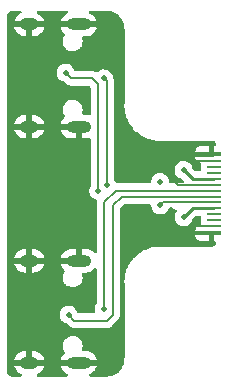
<source format=gbr>
%TF.GenerationSoftware,KiCad,Pcbnew,5.99.0-unknown-5f1e9bc8a7~129~ubuntu20.04.1*%
%TF.CreationDate,2021-06-14T18:11:24+08:00*%
%TF.ProjectId,M5Pi-TYPE-C,4d355069-2d54-4595-9045-2d432e6b6963,rev?*%
%TF.SameCoordinates,Original*%
%TF.FileFunction,Copper,L2,Bot*%
%TF.FilePolarity,Positive*%
%FSLAX46Y46*%
G04 Gerber Fmt 4.6, Leading zero omitted, Abs format (unit mm)*
G04 Created by KiCad (PCBNEW 5.99.0-unknown-5f1e9bc8a7~129~ubuntu20.04.1) date 2021-06-14 18:11:24*
%MOMM*%
%LPD*%
G01*
G04 APERTURE LIST*
%TA.AperFunction,ComponentPad*%
%ADD10O,1.600000X1.000000*%
%TD*%
%TA.AperFunction,ComponentPad*%
%ADD11O,2.100000X1.000000*%
%TD*%
%TA.AperFunction,SMDPad,CuDef*%
%ADD12R,1.200000X0.220000*%
%TD*%
%TA.AperFunction,SMDPad,CuDef*%
%ADD13R,1.700000X0.400000*%
%TD*%
%TA.AperFunction,ViaPad*%
%ADD14C,0.500000*%
%TD*%
%TA.AperFunction,Conductor*%
%ADD15C,0.200000*%
%TD*%
%TA.AperFunction,Conductor*%
%ADD16C,0.250000*%
%TD*%
%TA.AperFunction,Conductor*%
%ADD17C,0.150000*%
%TD*%
G04 APERTURE END LIST*
D10*
%TO.P,UART1,S1,SHIELD*%
%TO.N,GND*%
X139925000Y-97680000D03*
X139925000Y-106320000D03*
D11*
X144105000Y-106320000D03*
X144105000Y-97680000D03*
%TD*%
D10*
%TO.P,OTG1,S1,SHIELD*%
%TO.N,GND*%
X139925000Y-117680000D03*
X139925000Y-126320000D03*
D11*
X144105000Y-126320000D03*
X144105000Y-117680000D03*
%TD*%
D12*
%TO.P,M5Pi-USB1,B1,GND*%
%TO.N,GND*%
X155600000Y-114750000D03*
%TO.P,M5Pi-USB1,B2,TX2+*%
%TO.N,N/C*%
X155600000Y-114250000D03*
%TO.P,M5Pi-USB1,B3,TX2-*%
X155600000Y-113750000D03*
%TO.P,M5Pi-USB1,B4,VBUS*%
%TO.N,/VBUS*%
X155600000Y-113250000D03*
%TO.P,M5Pi-USB1,B5,CC2*%
%TO.N,Net-(M5Pi-USB1-PadB5)*%
X155600000Y-112750000D03*
%TO.P,M5Pi-USB1,B6,D+*%
%TO.N,/OTG_USB_D+*%
X155600000Y-112250000D03*
%TO.P,M5Pi-USB1,B7,D-*%
%TO.N,/OTG_USB_D-*%
X155600000Y-111750000D03*
%TO.P,M5Pi-USB1,B8,SBU2*%
%TO.N,GND*%
X155600000Y-111250000D03*
%TO.P,M5Pi-USB1,B9,VBUS*%
%TO.N,/VBUS*%
X155600000Y-110750000D03*
%TO.P,M5Pi-USB1,B10,RX1-*%
%TO.N,N/C*%
X155600000Y-110250000D03*
%TO.P,M5Pi-USB1,B11,RX1+*%
X155600000Y-109750000D03*
%TO.P,M5Pi-USB1,B12,GND*%
%TO.N,GND*%
X155600000Y-109250000D03*
D13*
%TO.P,M5Pi-USB1,S1,SHIELD*%
X155350000Y-108675000D03*
X155350000Y-115325000D03*
%TD*%
D14*
%TO.N,GND*%
X151950000Y-110700000D03*
X151950000Y-113350000D03*
X142500000Y-99800000D03*
X142500000Y-103400000D03*
X146200000Y-125300000D03*
X143300000Y-120100000D03*
X142400000Y-123100000D03*
X153750000Y-114750000D03*
X153750000Y-109250000D03*
%TO.N,/UART_USB_D-*%
X145750000Y-111750000D03*
%TO.N,/UART_USB_D+*%
X146500000Y-111250000D03*
%TO.N,/VBUS*%
X153000000Y-110000000D03*
X153000000Y-114000000D03*
%TO.N,Net-(M5Pi-USB1-PadB5)*%
X151000000Y-113000000D03*
%TO.N,Net-(M5Pi-USB1-PadA5)*%
X151000000Y-111000000D03*
%TO.N,/UART_USB_D-*%
X143000000Y-101750000D03*
%TO.N,/UART_USB_D+*%
X146250000Y-102250000D03*
%TO.N,/OTG_USB_D+*%
X143250000Y-122250000D03*
%TO.N,/OTG_USB_D-*%
X146250000Y-121750000D03*
%TD*%
D15*
%TO.N,GND*%
X155600000Y-111250000D02*
X152500000Y-111250000D01*
X152500000Y-111250000D02*
X151950000Y-110700000D01*
D16*
%TO.N,/VBUS*%
X153000000Y-110000000D02*
X153750000Y-110750000D01*
X153750000Y-110750000D02*
X155600000Y-110750000D01*
X153000000Y-114000000D02*
X153750000Y-113250000D01*
X153750000Y-113250000D02*
X155600000Y-113250000D01*
D17*
%TO.N,Net-(M5Pi-USB1-PadB5)*%
X151000000Y-113000000D02*
X151250000Y-112750000D01*
X151250000Y-112750000D02*
X155600000Y-112750000D01*
D15*
%TO.N,GND*%
X155600000Y-114750000D02*
X153750000Y-114750000D01*
X155600000Y-109250000D02*
X153750000Y-109250000D01*
%TO.N,/UART_USB_D-*%
X145250000Y-102250000D02*
X143500000Y-102250000D01*
X145750000Y-111750000D02*
X145750000Y-102750000D01*
X145750000Y-102750000D02*
X145250000Y-102250000D01*
X143500000Y-102250000D02*
X143000000Y-101750000D01*
%TO.N,/UART_USB_D+*%
X146500000Y-111250000D02*
X146500000Y-102500000D01*
X146500000Y-102500000D02*
X146250000Y-102250000D01*
%TO.N,/OTG_USB_D+*%
X155600000Y-112250000D02*
X147750000Y-112250000D01*
X147750000Y-112250000D02*
X147000000Y-113000000D01*
X147000000Y-113000000D02*
X147000000Y-122250000D01*
X147000000Y-122250000D02*
X146500000Y-122750000D01*
X146500000Y-122750000D02*
X143750000Y-122750000D01*
X143750000Y-122750000D02*
X143250000Y-122250000D01*
%TO.N,/OTG_USB_D-*%
X155600000Y-111750000D02*
X147250000Y-111750000D01*
X147250000Y-111750000D02*
X146250000Y-112750000D01*
X146250000Y-112750000D02*
X146250000Y-121750000D01*
%TD*%
%TA.AperFunction,Conductor*%
%TO.N,GND*%
G36*
X139244529Y-96528002D02*
G01*
X139291022Y-96581658D01*
X139301126Y-96651932D01*
X139271632Y-96716512D01*
X139235561Y-96745252D01*
X139069849Y-96833362D01*
X139059640Y-96840144D01*
X138915981Y-96957310D01*
X138907277Y-96965954D01*
X138789114Y-97108788D01*
X138782254Y-97118959D01*
X138694082Y-97282031D01*
X138689332Y-97293330D01*
X138653620Y-97408693D01*
X138653414Y-97422795D01*
X138660170Y-97426000D01*
X141183052Y-97426000D01*
X141196583Y-97422027D01*
X141197703Y-97414232D01*
X141165979Y-97306443D01*
X141161380Y-97295059D01*
X141075496Y-97130778D01*
X141068782Y-97120517D01*
X140952620Y-96976041D01*
X140944042Y-96967281D01*
X140802030Y-96848119D01*
X140791916Y-96841193D01*
X140629463Y-96751885D01*
X140624627Y-96749812D01*
X140569894Y-96704592D01*
X140548297Y-96636960D01*
X140566693Y-96568388D01*
X140619241Y-96520648D01*
X140674262Y-96508000D01*
X143106408Y-96508000D01*
X143174529Y-96528002D01*
X143221022Y-96581658D01*
X143231126Y-96651932D01*
X143201632Y-96716512D01*
X143165561Y-96745252D01*
X142999849Y-96833362D01*
X142989640Y-96840144D01*
X142845981Y-96957310D01*
X142837277Y-96965954D01*
X142719114Y-97108788D01*
X142712254Y-97118959D01*
X142624082Y-97282031D01*
X142619332Y-97293330D01*
X142583620Y-97408693D01*
X142583414Y-97422795D01*
X142590170Y-97426000D01*
X145613052Y-97426000D01*
X145626583Y-97422027D01*
X145627703Y-97414232D01*
X145595979Y-97306443D01*
X145591380Y-97295059D01*
X145505496Y-97130778D01*
X145498782Y-97120517D01*
X145382620Y-96976041D01*
X145374042Y-96967281D01*
X145232030Y-96848119D01*
X145221916Y-96841193D01*
X145059463Y-96751885D01*
X145054627Y-96749812D01*
X144999894Y-96704592D01*
X144978297Y-96636960D01*
X144996693Y-96568388D01*
X145049241Y-96520648D01*
X145104262Y-96508000D01*
X146417379Y-96508000D01*
X146439027Y-96509874D01*
X146447679Y-96511383D01*
X146447680Y-96511383D01*
X146452473Y-96512219D01*
X146457332Y-96512308D01*
X146457337Y-96512308D01*
X146567689Y-96514318D01*
X146574380Y-96514618D01*
X146590883Y-96515798D01*
X146619546Y-96517848D01*
X146628453Y-96518806D01*
X146794048Y-96542615D01*
X146802876Y-96544208D01*
X146829239Y-96549942D01*
X146837945Y-96552165D01*
X146998462Y-96599297D01*
X147006996Y-96602137D01*
X147032236Y-96611551D01*
X147040547Y-96614994D01*
X147192736Y-96684497D01*
X147200778Y-96688522D01*
X147224425Y-96701434D01*
X147232160Y-96706024D01*
X147372883Y-96796460D01*
X147380270Y-96801588D01*
X147401864Y-96817753D01*
X147408867Y-96823397D01*
X147535292Y-96932945D01*
X147541874Y-96939074D01*
X147560927Y-96958127D01*
X147567057Y-96964710D01*
X147676607Y-97091139D01*
X147682246Y-97098137D01*
X147698406Y-97119722D01*
X147703533Y-97127106D01*
X147793981Y-97267847D01*
X147798567Y-97275576D01*
X147809206Y-97295059D01*
X147811478Y-97299220D01*
X147815500Y-97307255D01*
X147885004Y-97459446D01*
X147888442Y-97467745D01*
X147897869Y-97493022D01*
X147900708Y-97501553D01*
X147947832Y-97662044D01*
X147950055Y-97670753D01*
X147955787Y-97697097D01*
X147957383Y-97705942D01*
X147966556Y-97769739D01*
X147981193Y-97871550D01*
X147982154Y-97880490D01*
X147985382Y-97925616D01*
X147985682Y-97932311D01*
X147985960Y-97947548D01*
X147987721Y-98044250D01*
X147988437Y-98048671D01*
X147988437Y-98048676D01*
X147990381Y-98060685D01*
X147992000Y-98080816D01*
X147992000Y-104421589D01*
X147990819Y-104438797D01*
X147986411Y-104470771D01*
X147986496Y-104475640D01*
X147989806Y-104665180D01*
X147989790Y-104670347D01*
X147989262Y-104692767D01*
X147989899Y-104697602D01*
X147989912Y-104697853D01*
X147990394Y-104702231D01*
X147990468Y-104703063D01*
X147990546Y-104707535D01*
X147991257Y-104711951D01*
X147991258Y-104711958D01*
X147993871Y-104728176D01*
X147994397Y-104731769D01*
X148037270Y-105057426D01*
X148037623Y-105060371D01*
X148040180Y-105084098D01*
X148041363Y-105088514D01*
X148041531Y-105089788D01*
X148045319Y-105103310D01*
X148045695Y-105104683D01*
X148135387Y-105439419D01*
X148136120Y-105442290D01*
X148140594Y-105460709D01*
X148141742Y-105465435D01*
X148143489Y-105469653D01*
X148143823Y-105470899D01*
X148144231Y-105471853D01*
X148149362Y-105483855D01*
X148149914Y-105485166D01*
X148282506Y-105805270D01*
X148283608Y-105808023D01*
X148290449Y-105825705D01*
X148290453Y-105825714D01*
X148292209Y-105830252D01*
X148294494Y-105834210D01*
X148294987Y-105835400D01*
X148295515Y-105836292D01*
X148295517Y-105836295D01*
X148302180Y-105847538D01*
X148302903Y-105848774D01*
X148476114Y-106148786D01*
X148477567Y-106151372D01*
X148478618Y-106153295D01*
X148489008Y-106172311D01*
X148491789Y-106175935D01*
X148492432Y-106177049D01*
X148493071Y-106177863D01*
X148493074Y-106177867D01*
X148501169Y-106188172D01*
X148502024Y-106189274D01*
X148712965Y-106464177D01*
X148714675Y-106466460D01*
X148728770Y-106485754D01*
X148732000Y-106488984D01*
X148732785Y-106490007D01*
X148733532Y-106490737D01*
X148733536Y-106490742D01*
X148742944Y-106499938D01*
X148743960Y-106500944D01*
X148988886Y-106745870D01*
X148990960Y-106747993D01*
X149007393Y-106765219D01*
X149011012Y-106767996D01*
X149011928Y-106768912D01*
X149012770Y-106769543D01*
X149023291Y-106777429D01*
X149024368Y-106778245D01*
X149299315Y-106989220D01*
X149301522Y-106990955D01*
X149320112Y-107005929D01*
X149324061Y-107008209D01*
X149325088Y-107008997D01*
X149336309Y-107015307D01*
X149337470Y-107015960D01*
X149338710Y-107016667D01*
X149638678Y-107189853D01*
X149641230Y-107191367D01*
X149657407Y-107201222D01*
X149657410Y-107201224D01*
X149661572Y-107203759D01*
X149665791Y-107205507D01*
X149666909Y-107206152D01*
X149667878Y-107206541D01*
X149667879Y-107206541D01*
X149680020Y-107211410D01*
X149681341Y-107211948D01*
X150001408Y-107344524D01*
X150004138Y-107345693D01*
X150021476Y-107353358D01*
X150021480Y-107353360D01*
X150025935Y-107355329D01*
X150030348Y-107356511D01*
X150031537Y-107357004D01*
X150032554Y-107357264D01*
X150032565Y-107357268D01*
X150045217Y-107360504D01*
X150046548Y-107360852D01*
X150381245Y-107450533D01*
X150384100Y-107451334D01*
X150406962Y-107458041D01*
X150411490Y-107458637D01*
X150412736Y-107458971D01*
X150426909Y-107460674D01*
X150428094Y-107460823D01*
X150740609Y-107501966D01*
X150761974Y-107504779D01*
X150767085Y-107505559D01*
X150784394Y-107508565D01*
X150784398Y-107508565D01*
X150789187Y-107509397D01*
X150794055Y-107509482D01*
X150794288Y-107509504D01*
X150798746Y-107509677D01*
X150799535Y-107509724D01*
X150803983Y-107510310D01*
X150810781Y-107510233D01*
X150824894Y-107510073D01*
X150828522Y-107510084D01*
X151021476Y-107513453D01*
X151021478Y-107513453D01*
X151025951Y-107513531D01*
X151062235Y-107508980D01*
X151077916Y-107508000D01*
X155315104Y-107508000D01*
X155338388Y-107510170D01*
X155345717Y-107511548D01*
X155350573Y-107511701D01*
X155350577Y-107511701D01*
X155382088Y-107512691D01*
X155420019Y-107513883D01*
X155430157Y-107514612D01*
X155435474Y-107515211D01*
X155449382Y-107517576D01*
X155513730Y-107532262D01*
X155540361Y-107541580D01*
X155561904Y-107551954D01*
X155592705Y-107566787D01*
X155616597Y-107581799D01*
X155662025Y-107618028D01*
X155681973Y-107637977D01*
X155718198Y-107683401D01*
X155733210Y-107707292D01*
X155758418Y-107759637D01*
X155767736Y-107786266D01*
X155772688Y-107807960D01*
X155768348Y-107878824D01*
X155726384Y-107936091D01*
X155660121Y-107961581D01*
X155649848Y-107962000D01*
X155568115Y-107962000D01*
X155552876Y-107966475D01*
X155551671Y-107967865D01*
X155550000Y-107975548D01*
X155550000Y-108749000D01*
X155529998Y-108817121D01*
X155476342Y-108863614D01*
X155424000Y-108875000D01*
X154005115Y-108875000D01*
X153990186Y-108879384D01*
X153988129Y-108890785D01*
X153991740Y-108941269D01*
X153994126Y-108954491D01*
X154030819Y-109079458D01*
X154038233Y-109095692D01*
X154107426Y-109203360D01*
X154119112Y-109216847D01*
X154215840Y-109300662D01*
X154230848Y-109310307D01*
X154347277Y-109363478D01*
X154364388Y-109368502D01*
X154397552Y-109373270D01*
X154462133Y-109402763D01*
X154500518Y-109462488D01*
X154504340Y-109515918D01*
X154486500Y-109640000D01*
X154486500Y-109860000D01*
X154491727Y-109933079D01*
X154493630Y-109939559D01*
X154498164Y-109955001D01*
X154498164Y-110025998D01*
X154459781Y-110085724D01*
X154395200Y-110115217D01*
X154377268Y-110116500D01*
X154064594Y-110116500D01*
X153996473Y-110096498D01*
X153975499Y-110079595D01*
X153774224Y-109878320D01*
X153743940Y-109824024D01*
X153743022Y-109824357D01*
X153740966Y-109818693D01*
X153682687Y-109658136D01*
X153585731Y-109510253D01*
X153457355Y-109388642D01*
X153304445Y-109299825D01*
X153135204Y-109248567D01*
X152958711Y-109237617D01*
X152951496Y-109238857D01*
X152951493Y-109238857D01*
X152791648Y-109266324D01*
X152784432Y-109267564D01*
X152621717Y-109336800D01*
X152479294Y-109441611D01*
X152364803Y-109576376D01*
X152284385Y-109733865D01*
X152242355Y-109905630D01*
X152240966Y-110082458D01*
X152280293Y-110254862D01*
X152283517Y-110261429D01*
X152283518Y-110261431D01*
X152301327Y-110297703D01*
X152358227Y-110413594D01*
X152362877Y-110419245D01*
X152362879Y-110419248D01*
X152424731Y-110494413D01*
X152470588Y-110550141D01*
X152476415Y-110554572D01*
X152476416Y-110554573D01*
X152513660Y-110582894D01*
X152611347Y-110657177D01*
X152618035Y-110660148D01*
X152618039Y-110660150D01*
X152745473Y-110716754D01*
X152772954Y-110728960D01*
X152808702Y-110735682D01*
X152874513Y-110770417D01*
X153030501Y-110926405D01*
X153064527Y-110988717D01*
X153059462Y-111059532D01*
X153016915Y-111116368D01*
X152950395Y-111141179D01*
X152941406Y-111141500D01*
X151889226Y-111141500D01*
X151821105Y-111121498D01*
X151774612Y-111067842D01*
X151764490Y-111012001D01*
X151763406Y-111011993D01*
X151763469Y-111003915D01*
X151763500Y-111000000D01*
X151743022Y-110824357D01*
X151732360Y-110794982D01*
X151685184Y-110665015D01*
X151682687Y-110658136D01*
X151585731Y-110510253D01*
X151457355Y-110388642D01*
X151304445Y-110299825D01*
X151135204Y-110248567D01*
X150958711Y-110237617D01*
X150951496Y-110238857D01*
X150951493Y-110238857D01*
X150820123Y-110261431D01*
X150784432Y-110267564D01*
X150621717Y-110336800D01*
X150479294Y-110441611D01*
X150364803Y-110576376D01*
X150361475Y-110582894D01*
X150288408Y-110725987D01*
X150284385Y-110733865D01*
X150242355Y-110905630D01*
X150242298Y-110912949D01*
X150242297Y-110912953D01*
X150241484Y-111016490D01*
X150220947Y-111084451D01*
X150166928Y-111130521D01*
X150115488Y-111141500D01*
X147355702Y-111141500D01*
X147287581Y-111121498D01*
X147241088Y-111067842D01*
X147237263Y-111058491D01*
X147185184Y-110915015D01*
X147182687Y-110908136D01*
X147129128Y-110826445D01*
X147108500Y-110757360D01*
X147108500Y-108457071D01*
X153989578Y-108457071D01*
X153991584Y-108471027D01*
X154005115Y-108475000D01*
X155131885Y-108475000D01*
X155147124Y-108470525D01*
X155148329Y-108469135D01*
X155150000Y-108461452D01*
X155150000Y-107980115D01*
X155145525Y-107964876D01*
X155144135Y-107963671D01*
X155136452Y-107962000D01*
X154502257Y-107962000D01*
X154497750Y-107962161D01*
X154433731Y-107966740D01*
X154420509Y-107969126D01*
X154295542Y-108005819D01*
X154279308Y-108013233D01*
X154171640Y-108082426D01*
X154158153Y-108094112D01*
X154074338Y-108190840D01*
X154064693Y-108205848D01*
X154011523Y-108322275D01*
X154006498Y-108339388D01*
X153989578Y-108457071D01*
X147108500Y-108457071D01*
X147108500Y-102546238D01*
X147109578Y-102529792D01*
X147112422Y-102508189D01*
X147112422Y-102508188D01*
X147113500Y-102500000D01*
X147101280Y-102407177D01*
X147093674Y-102349402D01*
X147092596Y-102341214D01*
X147054352Y-102248887D01*
X147031307Y-102193250D01*
X147023672Y-102183300D01*
X146998482Y-102121187D01*
X146993870Y-102081631D01*
X146993022Y-102074357D01*
X146932687Y-101908136D01*
X146835731Y-101760253D01*
X146707355Y-101638642D01*
X146554445Y-101549825D01*
X146385204Y-101498567D01*
X146208711Y-101487617D01*
X146201496Y-101488857D01*
X146201493Y-101488857D01*
X146041648Y-101516324D01*
X146034432Y-101517564D01*
X145871717Y-101586800D01*
X145729294Y-101691611D01*
X145724401Y-101697370D01*
X145724269Y-101697457D01*
X145719202Y-101702182D01*
X145718394Y-101701315D01*
X145665057Y-101736338D01*
X145594064Y-101737036D01*
X145565372Y-101724916D01*
X145563303Y-101723722D01*
X145556750Y-101718693D01*
X145491367Y-101691611D01*
X145408786Y-101657404D01*
X145250000Y-101636500D01*
X145241812Y-101637578D01*
X145241811Y-101637578D01*
X145220208Y-101640422D01*
X145203762Y-101641500D01*
X143855702Y-101641500D01*
X143787581Y-101621498D01*
X143741088Y-101567842D01*
X143737263Y-101558491D01*
X143685184Y-101415015D01*
X143682687Y-101408136D01*
X143585731Y-101260253D01*
X143457355Y-101138642D01*
X143304445Y-101049825D01*
X143135204Y-100998567D01*
X142958711Y-100987617D01*
X142951496Y-100988857D01*
X142951493Y-100988857D01*
X142791648Y-101016324D01*
X142784432Y-101017564D01*
X142621717Y-101086800D01*
X142479294Y-101191611D01*
X142364803Y-101326376D01*
X142284385Y-101483865D01*
X142282646Y-101490970D01*
X142282645Y-101490974D01*
X142268764Y-101547703D01*
X142242355Y-101655630D01*
X142242298Y-101662949D01*
X142242297Y-101662953D01*
X142241811Y-101724916D01*
X142240966Y-101832458D01*
X142280293Y-102004862D01*
X142358227Y-102163594D01*
X142362877Y-102169245D01*
X142362879Y-102169248D01*
X142382630Y-102193250D01*
X142470588Y-102300141D01*
X142476415Y-102304572D01*
X142476416Y-102304573D01*
X142535369Y-102349402D01*
X142611347Y-102407177D01*
X142618035Y-102410148D01*
X142618039Y-102410150D01*
X142685097Y-102439936D01*
X142772954Y-102478960D01*
X142852249Y-102493871D01*
X142918057Y-102528606D01*
X143037029Y-102647578D01*
X143047896Y-102659969D01*
X143066190Y-102683810D01*
X143193250Y-102781307D01*
X143200880Y-102784467D01*
X143200881Y-102784468D01*
X143231486Y-102797144D01*
X143254539Y-102806693D01*
X143341214Y-102842596D01*
X143500000Y-102863500D01*
X143508188Y-102862422D01*
X143508189Y-102862422D01*
X143529792Y-102859578D01*
X143546238Y-102858500D01*
X144945761Y-102858500D01*
X145013882Y-102878502D01*
X145034856Y-102895405D01*
X145104595Y-102965144D01*
X145138621Y-103027456D01*
X145141500Y-103054239D01*
X145141500Y-105244495D01*
X145121498Y-105312616D01*
X145067842Y-105359109D01*
X144997568Y-105369213D01*
X144977401Y-105364597D01*
X144871484Y-105330998D01*
X144859497Y-105328450D01*
X144716339Y-105312393D01*
X144709315Y-105312000D01*
X144517967Y-105312000D01*
X144449846Y-105291998D01*
X144403353Y-105238342D01*
X144393249Y-105168068D01*
X144398832Y-105144978D01*
X144420440Y-105082225D01*
X144420441Y-105082222D01*
X144422663Y-105075768D01*
X144443480Y-104895854D01*
X144443500Y-104890000D01*
X144423940Y-104709944D01*
X144421764Y-104703477D01*
X144368349Y-104544759D01*
X144368347Y-104544754D01*
X144366171Y-104538289D01*
X144272890Y-104383044D01*
X144148449Y-104251450D01*
X143998652Y-104149648D01*
X143830489Y-104082388D01*
X143823762Y-104081274D01*
X143823757Y-104081273D01*
X143658544Y-104053922D01*
X143658540Y-104053922D01*
X143651806Y-104052807D01*
X143644989Y-104053164D01*
X143644985Y-104053164D01*
X143496905Y-104060925D01*
X143470940Y-104062286D01*
X143464367Y-104064097D01*
X143464364Y-104064097D01*
X143302910Y-104108569D01*
X143296328Y-104110382D01*
X143136117Y-104194852D01*
X142997782Y-104311754D01*
X142993639Y-104317173D01*
X142993637Y-104317175D01*
X142913806Y-104421589D01*
X142887777Y-104455634D01*
X142884894Y-104461817D01*
X142884892Y-104461820D01*
X142814115Y-104613603D01*
X142811235Y-104619780D01*
X142771726Y-104796533D01*
X142771093Y-104977647D01*
X142772536Y-104984319D01*
X142772536Y-104984323D01*
X142798559Y-105104683D01*
X142809367Y-105154672D01*
X142884762Y-105319348D01*
X142888870Y-105324800D01*
X142888871Y-105324801D01*
X142926758Y-105375080D01*
X142951780Y-105441521D01*
X142936908Y-105510943D01*
X142905766Y-105548551D01*
X142845981Y-105597310D01*
X142837277Y-105605954D01*
X142719114Y-105748788D01*
X142712254Y-105758959D01*
X142624082Y-105922031D01*
X142619332Y-105933330D01*
X142583620Y-106048693D01*
X142583414Y-106062795D01*
X142590170Y-106066000D01*
X144233000Y-106066000D01*
X144301121Y-106086002D01*
X144347614Y-106139658D01*
X144359000Y-106192000D01*
X144359000Y-107309885D01*
X144363475Y-107325124D01*
X144364865Y-107326329D01*
X144372548Y-107328000D01*
X144702912Y-107328000D01*
X144709060Y-107327699D01*
X144845626Y-107314309D01*
X144857661Y-107311926D01*
X144979082Y-107275267D01*
X145050077Y-107274726D01*
X145110093Y-107312654D01*
X145140077Y-107377008D01*
X145141500Y-107395889D01*
X145141500Y-111249711D01*
X145120327Y-111319621D01*
X145119542Y-111320797D01*
X145114803Y-111326376D01*
X145034385Y-111483865D01*
X144992355Y-111655630D01*
X144990966Y-111832458D01*
X145030293Y-112004862D01*
X145108227Y-112163594D01*
X145112877Y-112169245D01*
X145112879Y-112169248D01*
X145174731Y-112244413D01*
X145220588Y-112300141D01*
X145361347Y-112407177D01*
X145368035Y-112410148D01*
X145368039Y-112410150D01*
X145435097Y-112439936D01*
X145522954Y-112478960D01*
X145530148Y-112480313D01*
X145530155Y-112480315D01*
X145551377Y-112484306D01*
X145614627Y-112516554D01*
X145650402Y-112577878D01*
X145653011Y-112624581D01*
X145636500Y-112750000D01*
X145637578Y-112758188D01*
X145637578Y-112758189D01*
X145640422Y-112779792D01*
X145641500Y-112796238D01*
X145641500Y-116940226D01*
X145621498Y-117008347D01*
X145567842Y-117054840D01*
X145497568Y-117064944D01*
X145432988Y-117035450D01*
X145417303Y-117019178D01*
X145382620Y-116976041D01*
X145374042Y-116967281D01*
X145232030Y-116848119D01*
X145221916Y-116841193D01*
X145059458Y-116751882D01*
X145048194Y-116747054D01*
X144871484Y-116690998D01*
X144859497Y-116688450D01*
X144716339Y-116672393D01*
X144709315Y-116672000D01*
X144377115Y-116672000D01*
X144361876Y-116676475D01*
X144360671Y-116677865D01*
X144359000Y-116685548D01*
X144359000Y-117808000D01*
X144338998Y-117876121D01*
X144285342Y-117922614D01*
X144233000Y-117934000D01*
X142596948Y-117934000D01*
X142583417Y-117937973D01*
X142582297Y-117945768D01*
X142614021Y-118053557D01*
X142618620Y-118064941D01*
X142704504Y-118229222D01*
X142711218Y-118239483D01*
X142827380Y-118383959D01*
X142835958Y-118392718D01*
X142907056Y-118452377D01*
X142946383Y-118511487D01*
X142947509Y-118582475D01*
X142926162Y-118625428D01*
X142892172Y-118669885D01*
X142887777Y-118675634D01*
X142884894Y-118681817D01*
X142884892Y-118681820D01*
X142814115Y-118833603D01*
X142811235Y-118839780D01*
X142771726Y-119016533D01*
X142771093Y-119197647D01*
X142772536Y-119204319D01*
X142772536Y-119204323D01*
X142795054Y-119308470D01*
X142809367Y-119374672D01*
X142884762Y-119539348D01*
X142993760Y-119683993D01*
X142998939Y-119688432D01*
X142998940Y-119688433D01*
X143077918Y-119756125D01*
X143131275Y-119801858D01*
X143137290Y-119805083D01*
X143137294Y-119805086D01*
X143284877Y-119884219D01*
X143290892Y-119887444D01*
X143378028Y-119912101D01*
X143458596Y-119934900D01*
X143458601Y-119934901D01*
X143465164Y-119936758D01*
X143471973Y-119937163D01*
X143471976Y-119937163D01*
X143608982Y-119945302D01*
X143645961Y-119947499D01*
X143725507Y-119934900D01*
X143818112Y-119920233D01*
X143818116Y-119920232D01*
X143824846Y-119919166D01*
X143831192Y-119916679D01*
X143831196Y-119916678D01*
X143987119Y-119855573D01*
X143987123Y-119855571D01*
X143993474Y-119853082D01*
X144143977Y-119752328D01*
X144205251Y-119688433D01*
X144264608Y-119626537D01*
X144264611Y-119626533D01*
X144269335Y-119621607D01*
X144363697Y-119467016D01*
X144365918Y-119460566D01*
X144420440Y-119302225D01*
X144420441Y-119302222D01*
X144422663Y-119295768D01*
X144443480Y-119115854D01*
X144443500Y-119110000D01*
X144423940Y-118929944D01*
X144398445Y-118854188D01*
X144395675Y-118783247D01*
X144431698Y-118722069D01*
X144495078Y-118690077D01*
X144517864Y-118688000D01*
X144702912Y-118688000D01*
X144709060Y-118687699D01*
X144845626Y-118674309D01*
X144857661Y-118671926D01*
X145035124Y-118618346D01*
X145046466Y-118613671D01*
X145210144Y-118526643D01*
X145220360Y-118519856D01*
X145364019Y-118402690D01*
X145372724Y-118394045D01*
X145418416Y-118338813D01*
X145477249Y-118299075D01*
X145548228Y-118297454D01*
X145608815Y-118334463D01*
X145639775Y-118398353D01*
X145641500Y-118419129D01*
X145641500Y-121249711D01*
X145620327Y-121319621D01*
X145619542Y-121320797D01*
X145614803Y-121326376D01*
X145534385Y-121483865D01*
X145532646Y-121490970D01*
X145532645Y-121490974D01*
X145518764Y-121547703D01*
X145492355Y-121655630D01*
X145492298Y-121662949D01*
X145492297Y-121662953D01*
X145491661Y-121744044D01*
X145490966Y-121832458D01*
X145525504Y-121983865D01*
X145526328Y-121987478D01*
X145521977Y-122058341D01*
X145480005Y-122115602D01*
X145413739Y-122141082D01*
X145403484Y-122141500D01*
X144105702Y-122141500D01*
X144037581Y-122121498D01*
X143991088Y-122067842D01*
X143987263Y-122058491D01*
X143935184Y-121915015D01*
X143932687Y-121908136D01*
X143835731Y-121760253D01*
X143707355Y-121638642D01*
X143554445Y-121549825D01*
X143385204Y-121498567D01*
X143208711Y-121487617D01*
X143201496Y-121488857D01*
X143201493Y-121488857D01*
X143041648Y-121516324D01*
X143034432Y-121517564D01*
X142871717Y-121586800D01*
X142729294Y-121691611D01*
X142614803Y-121826376D01*
X142534385Y-121983865D01*
X142492355Y-122155630D01*
X142490966Y-122332458D01*
X142530293Y-122504862D01*
X142608227Y-122663594D01*
X142612877Y-122669245D01*
X142612879Y-122669248D01*
X142648858Y-122712971D01*
X142720588Y-122800141D01*
X142861347Y-122907177D01*
X142868035Y-122910148D01*
X142868039Y-122910150D01*
X142935097Y-122939936D01*
X143022954Y-122978960D01*
X143102249Y-122993871D01*
X143168057Y-123028606D01*
X143287029Y-123147578D01*
X143297896Y-123159969D01*
X143316190Y-123183810D01*
X143443250Y-123281307D01*
X143450880Y-123284467D01*
X143450881Y-123284468D01*
X143481486Y-123297144D01*
X143504539Y-123306693D01*
X143591214Y-123342596D01*
X143750000Y-123363500D01*
X143758188Y-123362422D01*
X143758189Y-123362422D01*
X143779792Y-123359578D01*
X143796238Y-123358500D01*
X146453762Y-123358500D01*
X146470208Y-123359578D01*
X146491811Y-123362422D01*
X146491812Y-123362422D01*
X146500000Y-123363500D01*
X146508188Y-123362422D01*
X146650598Y-123343674D01*
X146658786Y-123342596D01*
X146745461Y-123306693D01*
X146745463Y-123306692D01*
X146799119Y-123284468D01*
X146799120Y-123284467D01*
X146806750Y-123281307D01*
X146933810Y-123183810D01*
X146952104Y-123159969D01*
X146962971Y-123147578D01*
X147397578Y-122712971D01*
X147409969Y-122702104D01*
X147427260Y-122688836D01*
X147433810Y-122683810D01*
X147531307Y-122556750D01*
X147563528Y-122478960D01*
X147592596Y-122408786D01*
X147613500Y-122250000D01*
X147609578Y-122220208D01*
X147608500Y-122203762D01*
X147608500Y-115540785D01*
X153988129Y-115540785D01*
X153991740Y-115591269D01*
X153994126Y-115604491D01*
X154030819Y-115729458D01*
X154038233Y-115745692D01*
X154107426Y-115853360D01*
X154119112Y-115866847D01*
X154215840Y-115950662D01*
X154230848Y-115960307D01*
X154347275Y-116013477D01*
X154364388Y-116018502D01*
X154495554Y-116037361D01*
X154504495Y-116038000D01*
X155131885Y-116038000D01*
X155147124Y-116033525D01*
X155148329Y-116032135D01*
X155150000Y-116024452D01*
X155150000Y-115543115D01*
X155145525Y-115527876D01*
X155144135Y-115526671D01*
X155136452Y-115525000D01*
X154005115Y-115525000D01*
X153990186Y-115529384D01*
X153988129Y-115540785D01*
X147608500Y-115540785D01*
X147608500Y-113304239D01*
X147628502Y-113236118D01*
X147645405Y-113215144D01*
X147965144Y-112895405D01*
X148027456Y-112861379D01*
X148054239Y-112858500D01*
X150115732Y-112858500D01*
X150183853Y-112878502D01*
X150230346Y-112932158D01*
X150241728Y-112985489D01*
X150240966Y-113082458D01*
X150280293Y-113254862D01*
X150358227Y-113413594D01*
X150362877Y-113419245D01*
X150362879Y-113419248D01*
X150381281Y-113441611D01*
X150470588Y-113550141D01*
X150476415Y-113554572D01*
X150476416Y-113554573D01*
X150513660Y-113582894D01*
X150611347Y-113657177D01*
X150618035Y-113660148D01*
X150618039Y-113660150D01*
X150685097Y-113689936D01*
X150772954Y-113728960D01*
X150780149Y-113730313D01*
X150836843Y-113740974D01*
X150946741Y-113761640D01*
X150954049Y-113761302D01*
X150954052Y-113761302D01*
X151116070Y-113753803D01*
X151116074Y-113753802D01*
X151123385Y-113753464D01*
X151130423Y-113751452D01*
X151130426Y-113751452D01*
X151286371Y-113706883D01*
X151286375Y-113706881D01*
X151293409Y-113704871D01*
X151447695Y-113618467D01*
X151453090Y-113613515D01*
X151572574Y-113503837D01*
X151572576Y-113503835D01*
X151577966Y-113498887D01*
X151652662Y-113388768D01*
X151707454Y-113343622D01*
X151756935Y-113333500D01*
X152298765Y-113333500D01*
X152366886Y-113353502D01*
X152413379Y-113407158D01*
X152423483Y-113477432D01*
X152394790Y-113541079D01*
X152369542Y-113570797D01*
X152369539Y-113570801D01*
X152364803Y-113576376D01*
X152284385Y-113733865D01*
X152282646Y-113740970D01*
X152282645Y-113740974D01*
X152263801Y-113817987D01*
X152242355Y-113905630D01*
X152240966Y-114082458D01*
X152280293Y-114254862D01*
X152358227Y-114413594D01*
X152362877Y-114419245D01*
X152362879Y-114419248D01*
X152379593Y-114439559D01*
X152470588Y-114550141D01*
X152476415Y-114554572D01*
X152476416Y-114554573D01*
X152513117Y-114582481D01*
X152611347Y-114657177D01*
X152618035Y-114660148D01*
X152618039Y-114660150D01*
X152685097Y-114689936D01*
X152772954Y-114728960D01*
X152946741Y-114761640D01*
X152954049Y-114761302D01*
X152954052Y-114761302D01*
X153116070Y-114753803D01*
X153116074Y-114753802D01*
X153123385Y-114753464D01*
X153130423Y-114751452D01*
X153130426Y-114751452D01*
X153286371Y-114706883D01*
X153286375Y-114706881D01*
X153293409Y-114704871D01*
X153447695Y-114618467D01*
X153453090Y-114613515D01*
X153572574Y-114503837D01*
X153572576Y-114503835D01*
X153577966Y-114498887D01*
X153582073Y-114492833D01*
X153582076Y-114492829D01*
X153673123Y-114358604D01*
X153677233Y-114352545D01*
X153740172Y-114187292D01*
X153741133Y-114180042D01*
X153741181Y-114179852D01*
X153774235Y-114121669D01*
X153975499Y-113920405D01*
X154037811Y-113886379D01*
X154064594Y-113883500D01*
X154377967Y-113883500D01*
X154446088Y-113903502D01*
X154492581Y-113957158D01*
X154502684Y-114027432D01*
X154487140Y-114135541D01*
X154487139Y-114135556D01*
X154486500Y-114140000D01*
X154486500Y-114360000D01*
X154491727Y-114433079D01*
X154500803Y-114463990D01*
X154504581Y-114517719D01*
X154504544Y-114517972D01*
X154474895Y-114582481D01*
X154415368Y-114620635D01*
X154295542Y-114655819D01*
X154279308Y-114663233D01*
X154171640Y-114732426D01*
X154158153Y-114744112D01*
X154074338Y-114840840D01*
X154064693Y-114855848D01*
X154011523Y-114972275D01*
X154006498Y-114989388D01*
X153989578Y-115107071D01*
X153991584Y-115121027D01*
X154005115Y-115125000D01*
X155424000Y-115125000D01*
X155492121Y-115145002D01*
X155538614Y-115198658D01*
X155550000Y-115251000D01*
X155550000Y-116019885D01*
X155554475Y-116035124D01*
X155555865Y-116036329D01*
X155563548Y-116038000D01*
X155649848Y-116038000D01*
X155717969Y-116058002D01*
X155764462Y-116111658D01*
X155774566Y-116181932D01*
X155772689Y-116192036D01*
X155767738Y-116213729D01*
X155758421Y-116240359D01*
X155733209Y-116292712D01*
X155718200Y-116316598D01*
X155681975Y-116362023D01*
X155662029Y-116381970D01*
X155616593Y-116418203D01*
X155592711Y-116433209D01*
X155540363Y-116458418D01*
X155513732Y-116467737D01*
X155449372Y-116482426D01*
X155435443Y-116484792D01*
X155430140Y-116485389D01*
X155420005Y-116486118D01*
X155400597Y-116486728D01*
X155353468Y-116488208D01*
X155353463Y-116488209D01*
X155348993Y-116488349D01*
X155340779Y-116489790D01*
X155338983Y-116490105D01*
X155317212Y-116492000D01*
X151078411Y-116492000D01*
X151061203Y-116490819D01*
X151057696Y-116490336D01*
X151029229Y-116486411D01*
X151024360Y-116486496D01*
X150834820Y-116489806D01*
X150829653Y-116489790D01*
X150829363Y-116489783D01*
X150807233Y-116489262D01*
X150802398Y-116489899D01*
X150802147Y-116489912D01*
X150797769Y-116490394D01*
X150796937Y-116490468D01*
X150792465Y-116490546D01*
X150788049Y-116491257D01*
X150788042Y-116491258D01*
X150771824Y-116493871D01*
X150768231Y-116494397D01*
X150442574Y-116537270D01*
X150439629Y-116537623D01*
X150435205Y-116538100D01*
X150415902Y-116540180D01*
X150411486Y-116541363D01*
X150410212Y-116541531D01*
X150396690Y-116545319D01*
X150395317Y-116545695D01*
X150060581Y-116635388D01*
X150057713Y-116636120D01*
X150034565Y-116641742D01*
X150030347Y-116643489D01*
X150029101Y-116643823D01*
X150021039Y-116647270D01*
X150016145Y-116649362D01*
X150014834Y-116649914D01*
X149694730Y-116782506D01*
X149691977Y-116783608D01*
X149674295Y-116790449D01*
X149674286Y-116790453D01*
X149669748Y-116792209D01*
X149665790Y-116794494D01*
X149664600Y-116794987D01*
X149663706Y-116795517D01*
X149652494Y-116802160D01*
X149651267Y-116802878D01*
X149351206Y-116976118D01*
X149348621Y-116977570D01*
X149331968Y-116986669D01*
X149331958Y-116986675D01*
X149327689Y-116989008D01*
X149324068Y-116991787D01*
X149322950Y-116992432D01*
X149322125Y-116993080D01*
X149311807Y-117001185D01*
X149310680Y-117002059D01*
X149241895Y-117054840D01*
X149035823Y-117212965D01*
X149033540Y-117214675D01*
X149014246Y-117228770D01*
X149011016Y-117232000D01*
X149009993Y-117232785D01*
X149009263Y-117233532D01*
X149009258Y-117233536D01*
X149000062Y-117242944D01*
X148999056Y-117243960D01*
X148754169Y-117488847D01*
X148752046Y-117490922D01*
X148734781Y-117507392D01*
X148732001Y-117511015D01*
X148731088Y-117511928D01*
X148730462Y-117512763D01*
X148730456Y-117512770D01*
X148722577Y-117523285D01*
X148721777Y-117524340D01*
X148574205Y-117716659D01*
X148510875Y-117799192D01*
X148509046Y-117801520D01*
X148494071Y-117820112D01*
X148491788Y-117824066D01*
X148491004Y-117825088D01*
X148484075Y-117837411D01*
X148483367Y-117838652D01*
X148310153Y-118138668D01*
X148308644Y-118141212D01*
X148296241Y-118161572D01*
X148294492Y-118165795D01*
X148293848Y-118166910D01*
X148293461Y-118167875D01*
X148288611Y-118179971D01*
X148288072Y-118181293D01*
X148155475Y-118501409D01*
X148154307Y-118504138D01*
X148144671Y-118525934D01*
X148143489Y-118530347D01*
X148142996Y-118531536D01*
X148142736Y-118532551D01*
X148142736Y-118532552D01*
X148139508Y-118545168D01*
X148139148Y-118546542D01*
X148049463Y-118881259D01*
X148048679Y-118884054D01*
X148041959Y-118906962D01*
X148041363Y-118911490D01*
X148041029Y-118912736D01*
X148039326Y-118926909D01*
X148039177Y-118928094D01*
X148014954Y-119112085D01*
X147995221Y-119261974D01*
X147994441Y-119267085D01*
X147990603Y-119289187D01*
X147990518Y-119294055D01*
X147990496Y-119294288D01*
X147990323Y-119298746D01*
X147990276Y-119299535D01*
X147989690Y-119303983D01*
X147989741Y-119308470D01*
X147989927Y-119324894D01*
X147989916Y-119328522D01*
X147987498Y-119467016D01*
X147986469Y-119525951D01*
X147988833Y-119544796D01*
X147991020Y-119562234D01*
X147992000Y-119577915D01*
X147992000Y-125917379D01*
X147990126Y-125939027D01*
X147987781Y-125952473D01*
X147987692Y-125957332D01*
X147987692Y-125957337D01*
X147985682Y-126067689D01*
X147985382Y-126074380D01*
X147982152Y-126119546D01*
X147981195Y-126128450D01*
X147973595Y-126181307D01*
X147957385Y-126294045D01*
X147955789Y-126302891D01*
X147950056Y-126329244D01*
X147947840Y-126337928D01*
X147919443Y-126434640D01*
X147900702Y-126498465D01*
X147897862Y-126506998D01*
X147888450Y-126532233D01*
X147885008Y-126540543D01*
X147815501Y-126692742D01*
X147811477Y-126700780D01*
X147802092Y-126717969D01*
X147798571Y-126724417D01*
X147793981Y-126732152D01*
X147703535Y-126872891D01*
X147698411Y-126880271D01*
X147690221Y-126891212D01*
X147682255Y-126901853D01*
X147676614Y-126908853D01*
X147567063Y-127035284D01*
X147560933Y-127041867D01*
X147541868Y-127060932D01*
X147535285Y-127067062D01*
X147408859Y-127176610D01*
X147401865Y-127182246D01*
X147380260Y-127198420D01*
X147372902Y-127203528D01*
X147261071Y-127275397D01*
X147232156Y-127293979D01*
X147224428Y-127298565D01*
X147200769Y-127311483D01*
X147192735Y-127315505D01*
X147040549Y-127385006D01*
X147032238Y-127388448D01*
X147006989Y-127397865D01*
X146998457Y-127400705D01*
X146938391Y-127418342D01*
X146837953Y-127447833D01*
X146829247Y-127450055D01*
X146802894Y-127455788D01*
X146794047Y-127457385D01*
X146766824Y-127461299D01*
X146628451Y-127481193D01*
X146619510Y-127482154D01*
X146574383Y-127485382D01*
X146567688Y-127485682D01*
X146460233Y-127487639D01*
X146460228Y-127487639D01*
X146455751Y-127487721D01*
X146440717Y-127490154D01*
X146439309Y-127490382D01*
X146419179Y-127492000D01*
X145103592Y-127492000D01*
X145035471Y-127471998D01*
X144988978Y-127418342D01*
X144978874Y-127348068D01*
X145008368Y-127283488D01*
X145044439Y-127254748D01*
X145210151Y-127166638D01*
X145220360Y-127159856D01*
X145364019Y-127042690D01*
X145372723Y-127034046D01*
X145490886Y-126891212D01*
X145497746Y-126881041D01*
X145585918Y-126717969D01*
X145590668Y-126706670D01*
X145626380Y-126591307D01*
X145626586Y-126577205D01*
X145619830Y-126574000D01*
X142596948Y-126574000D01*
X142583417Y-126577973D01*
X142582297Y-126585768D01*
X142614021Y-126693557D01*
X142618620Y-126704941D01*
X142704504Y-126869222D01*
X142711218Y-126879483D01*
X142827380Y-127023959D01*
X142835958Y-127032719D01*
X142977970Y-127151881D01*
X142988084Y-127158807D01*
X143150537Y-127248115D01*
X143155373Y-127250188D01*
X143210106Y-127295408D01*
X143231703Y-127363040D01*
X143213307Y-127431612D01*
X143160759Y-127479352D01*
X143105738Y-127492000D01*
X140673592Y-127492000D01*
X140605471Y-127471998D01*
X140558978Y-127418342D01*
X140548874Y-127348068D01*
X140578368Y-127283488D01*
X140614439Y-127254748D01*
X140780151Y-127166638D01*
X140790360Y-127159856D01*
X140934019Y-127042690D01*
X140942723Y-127034046D01*
X141060886Y-126891212D01*
X141067746Y-126881041D01*
X141155918Y-126717969D01*
X141160668Y-126706670D01*
X141196380Y-126591307D01*
X141196586Y-126577205D01*
X141189830Y-126574000D01*
X138666948Y-126574000D01*
X138653417Y-126577973D01*
X138652297Y-126585768D01*
X138684021Y-126693557D01*
X138688620Y-126704941D01*
X138774504Y-126869222D01*
X138781218Y-126879483D01*
X138897380Y-127023959D01*
X138905958Y-127032719D01*
X139047970Y-127151881D01*
X139058084Y-127158807D01*
X139220537Y-127248115D01*
X139225373Y-127250188D01*
X139280106Y-127295408D01*
X139301703Y-127363040D01*
X139283307Y-127431612D01*
X139230759Y-127479352D01*
X139175738Y-127492000D01*
X138583528Y-127492000D01*
X138561203Y-127490006D01*
X138557582Y-127489354D01*
X138550326Y-127488048D01*
X138485799Y-127486520D01*
X138469168Y-127486126D01*
X138447576Y-127483741D01*
X138370800Y-127468469D01*
X138347164Y-127461299D01*
X138281884Y-127434259D01*
X138260101Y-127422616D01*
X138201354Y-127383363D01*
X138182263Y-127367694D01*
X138132306Y-127317737D01*
X138116636Y-127298644D01*
X138087726Y-127255377D01*
X138077384Y-127239899D01*
X138065741Y-127218118D01*
X138042035Y-127160886D01*
X138038699Y-127152834D01*
X138031530Y-127129197D01*
X138016260Y-127052425D01*
X138013874Y-127030828D01*
X138012136Y-126957424D01*
X138012136Y-126957422D01*
X138012030Y-126952952D01*
X138011291Y-126948540D01*
X138011290Y-126948528D01*
X138009731Y-126939218D01*
X138008000Y-126918407D01*
X138008000Y-126062795D01*
X138653414Y-126062795D01*
X138660170Y-126066000D01*
X139652885Y-126066000D01*
X139668124Y-126061525D01*
X139669329Y-126060135D01*
X139671000Y-126052452D01*
X139671000Y-125330115D01*
X139669659Y-125325548D01*
X140179000Y-125325548D01*
X140179000Y-126047885D01*
X140183475Y-126063124D01*
X140184865Y-126064329D01*
X140192548Y-126066000D01*
X141183052Y-126066000D01*
X141193967Y-126062795D01*
X142583414Y-126062795D01*
X142590170Y-126066000D01*
X145613052Y-126066000D01*
X145626583Y-126062027D01*
X145627703Y-126054232D01*
X145595979Y-125946443D01*
X145591380Y-125935059D01*
X145505496Y-125770778D01*
X145498782Y-125760517D01*
X145382620Y-125616041D01*
X145374042Y-125607281D01*
X145232030Y-125488119D01*
X145221916Y-125481193D01*
X145059458Y-125391882D01*
X145048194Y-125387054D01*
X144871484Y-125330998D01*
X144859497Y-125328450D01*
X144716339Y-125312393D01*
X144709315Y-125312000D01*
X144517967Y-125312000D01*
X144449846Y-125291998D01*
X144403353Y-125238342D01*
X144393249Y-125168068D01*
X144398832Y-125144978D01*
X144420440Y-125082225D01*
X144420441Y-125082222D01*
X144422663Y-125075768D01*
X144443480Y-124895854D01*
X144443500Y-124890000D01*
X144423940Y-124709944D01*
X144421764Y-124703477D01*
X144368349Y-124544759D01*
X144368347Y-124544754D01*
X144366171Y-124538289D01*
X144272890Y-124383044D01*
X144148449Y-124251450D01*
X143998652Y-124149648D01*
X143830489Y-124082388D01*
X143823762Y-124081274D01*
X143823757Y-124081273D01*
X143658544Y-124053922D01*
X143658540Y-124053922D01*
X143651806Y-124052807D01*
X143644989Y-124053164D01*
X143644985Y-124053164D01*
X143496905Y-124060925D01*
X143470940Y-124062286D01*
X143464367Y-124064097D01*
X143464364Y-124064097D01*
X143302910Y-124108569D01*
X143296328Y-124110382D01*
X143136117Y-124194852D01*
X142997782Y-124311754D01*
X142993639Y-124317173D01*
X142993637Y-124317175D01*
X142891923Y-124450211D01*
X142887777Y-124455634D01*
X142884894Y-124461817D01*
X142884892Y-124461820D01*
X142814115Y-124613603D01*
X142811235Y-124619780D01*
X142771726Y-124796533D01*
X142771093Y-124977647D01*
X142809367Y-125154672D01*
X142884762Y-125319348D01*
X142888870Y-125324800D01*
X142888871Y-125324801D01*
X142926758Y-125375080D01*
X142951780Y-125441521D01*
X142936908Y-125510943D01*
X142905766Y-125548551D01*
X142845981Y-125597310D01*
X142837277Y-125605954D01*
X142719114Y-125748788D01*
X142712254Y-125758959D01*
X142624082Y-125922031D01*
X142619332Y-125933330D01*
X142583620Y-126048693D01*
X142583414Y-126062795D01*
X141193967Y-126062795D01*
X141196583Y-126062027D01*
X141197703Y-126054232D01*
X141165979Y-125946443D01*
X141161380Y-125935059D01*
X141075496Y-125770778D01*
X141068782Y-125760517D01*
X140952620Y-125616041D01*
X140944042Y-125607281D01*
X140802030Y-125488119D01*
X140791916Y-125481193D01*
X140629458Y-125391882D01*
X140618194Y-125387054D01*
X140441484Y-125330998D01*
X140429497Y-125328450D01*
X140286339Y-125312393D01*
X140279315Y-125312000D01*
X140197115Y-125312000D01*
X140181876Y-125316475D01*
X140180671Y-125317865D01*
X140179000Y-125325548D01*
X139669659Y-125325548D01*
X139666525Y-125314876D01*
X139665135Y-125313671D01*
X139657452Y-125312000D01*
X139577088Y-125312000D01*
X139570940Y-125312301D01*
X139434374Y-125325691D01*
X139422339Y-125328074D01*
X139244876Y-125381654D01*
X139233534Y-125386329D01*
X139069856Y-125473357D01*
X139059640Y-125480144D01*
X138915981Y-125597310D01*
X138907277Y-125605954D01*
X138789114Y-125748788D01*
X138782254Y-125758959D01*
X138694082Y-125922031D01*
X138689332Y-125933330D01*
X138653620Y-126048693D01*
X138653414Y-126062795D01*
X138008000Y-126062795D01*
X138008000Y-117945768D01*
X138652297Y-117945768D01*
X138684021Y-118053557D01*
X138688620Y-118064941D01*
X138774504Y-118229222D01*
X138781218Y-118239483D01*
X138897380Y-118383959D01*
X138905958Y-118392719D01*
X139047970Y-118511881D01*
X139058084Y-118518807D01*
X139220542Y-118608118D01*
X139231806Y-118612946D01*
X139408516Y-118669002D01*
X139420503Y-118671550D01*
X139563661Y-118687607D01*
X139570685Y-118688000D01*
X139652885Y-118688000D01*
X139668124Y-118683525D01*
X139669329Y-118682135D01*
X139671000Y-118674452D01*
X139671000Y-117952115D01*
X139669659Y-117947548D01*
X140179000Y-117947548D01*
X140179000Y-118669885D01*
X140183475Y-118685124D01*
X140184865Y-118686329D01*
X140192548Y-118688000D01*
X140272912Y-118688000D01*
X140279060Y-118687699D01*
X140415626Y-118674309D01*
X140427661Y-118671926D01*
X140605124Y-118618346D01*
X140616466Y-118613671D01*
X140780144Y-118526643D01*
X140790360Y-118519856D01*
X140934019Y-118402690D01*
X140942723Y-118394046D01*
X141060886Y-118251212D01*
X141067746Y-118241041D01*
X141155918Y-118077969D01*
X141160668Y-118066670D01*
X141196380Y-117951307D01*
X141196586Y-117937205D01*
X141189830Y-117934000D01*
X140197115Y-117934000D01*
X140181876Y-117938475D01*
X140180671Y-117939865D01*
X140179000Y-117947548D01*
X139669659Y-117947548D01*
X139666525Y-117936876D01*
X139665135Y-117935671D01*
X139657452Y-117934000D01*
X138666948Y-117934000D01*
X138653417Y-117937973D01*
X138652297Y-117945768D01*
X138008000Y-117945768D01*
X138008000Y-117422795D01*
X138653414Y-117422795D01*
X138660170Y-117426000D01*
X139652885Y-117426000D01*
X139668124Y-117421525D01*
X139669329Y-117420135D01*
X139671000Y-117412452D01*
X139671000Y-116690115D01*
X139669659Y-116685548D01*
X140179000Y-116685548D01*
X140179000Y-117407885D01*
X140183475Y-117423124D01*
X140184865Y-117424329D01*
X140192548Y-117426000D01*
X141183052Y-117426000D01*
X141193967Y-117422795D01*
X142583414Y-117422795D01*
X142590170Y-117426000D01*
X143832885Y-117426000D01*
X143848124Y-117421525D01*
X143849329Y-117420135D01*
X143851000Y-117412452D01*
X143851000Y-116690115D01*
X143846525Y-116674876D01*
X143845135Y-116673671D01*
X143837452Y-116672000D01*
X143507088Y-116672000D01*
X143500940Y-116672301D01*
X143364374Y-116685691D01*
X143352339Y-116688074D01*
X143174876Y-116741654D01*
X143163534Y-116746329D01*
X142999856Y-116833357D01*
X142989640Y-116840144D01*
X142845981Y-116957310D01*
X142837277Y-116965954D01*
X142719114Y-117108788D01*
X142712254Y-117118959D01*
X142624082Y-117282031D01*
X142619332Y-117293330D01*
X142583620Y-117408693D01*
X142583414Y-117422795D01*
X141193967Y-117422795D01*
X141196583Y-117422027D01*
X141197703Y-117414232D01*
X141165979Y-117306443D01*
X141161380Y-117295059D01*
X141075496Y-117130778D01*
X141068782Y-117120517D01*
X140952620Y-116976041D01*
X140944042Y-116967281D01*
X140802030Y-116848119D01*
X140791916Y-116841193D01*
X140629458Y-116751882D01*
X140618194Y-116747054D01*
X140441484Y-116690998D01*
X140429497Y-116688450D01*
X140286339Y-116672393D01*
X140279315Y-116672000D01*
X140197115Y-116672000D01*
X140181876Y-116676475D01*
X140180671Y-116677865D01*
X140179000Y-116685548D01*
X139669659Y-116685548D01*
X139666525Y-116674876D01*
X139665135Y-116673671D01*
X139657452Y-116672000D01*
X139577088Y-116672000D01*
X139570940Y-116672301D01*
X139434374Y-116685691D01*
X139422339Y-116688074D01*
X139244876Y-116741654D01*
X139233534Y-116746329D01*
X139069856Y-116833357D01*
X139059640Y-116840144D01*
X138915981Y-116957310D01*
X138907277Y-116965954D01*
X138789114Y-117108788D01*
X138782254Y-117118959D01*
X138694082Y-117282031D01*
X138689332Y-117293330D01*
X138653620Y-117408693D01*
X138653414Y-117422795D01*
X138008000Y-117422795D01*
X138008000Y-106585768D01*
X138652297Y-106585768D01*
X138684021Y-106693557D01*
X138688620Y-106704941D01*
X138774504Y-106869222D01*
X138781218Y-106879483D01*
X138897380Y-107023959D01*
X138905958Y-107032719D01*
X139047970Y-107151881D01*
X139058084Y-107158807D01*
X139220542Y-107248118D01*
X139231806Y-107252946D01*
X139408516Y-107309002D01*
X139420503Y-107311550D01*
X139563661Y-107327607D01*
X139570685Y-107328000D01*
X139652885Y-107328000D01*
X139668124Y-107323525D01*
X139669329Y-107322135D01*
X139671000Y-107314452D01*
X139671000Y-106592115D01*
X139669659Y-106587548D01*
X140179000Y-106587548D01*
X140179000Y-107309885D01*
X140183475Y-107325124D01*
X140184865Y-107326329D01*
X140192548Y-107328000D01*
X140272912Y-107328000D01*
X140279060Y-107327699D01*
X140415626Y-107314309D01*
X140427661Y-107311926D01*
X140605124Y-107258346D01*
X140616466Y-107253671D01*
X140780144Y-107166643D01*
X140790360Y-107159856D01*
X140934019Y-107042690D01*
X140942723Y-107034046D01*
X141060886Y-106891212D01*
X141067746Y-106881041D01*
X141155918Y-106717969D01*
X141160668Y-106706670D01*
X141196380Y-106591307D01*
X141196461Y-106585768D01*
X142582297Y-106585768D01*
X142614021Y-106693557D01*
X142618620Y-106704941D01*
X142704504Y-106869222D01*
X142711218Y-106879483D01*
X142827380Y-107023959D01*
X142835958Y-107032719D01*
X142977970Y-107151881D01*
X142988084Y-107158807D01*
X143150542Y-107248118D01*
X143161806Y-107252946D01*
X143338516Y-107309002D01*
X143350503Y-107311550D01*
X143493661Y-107327607D01*
X143500685Y-107328000D01*
X143832885Y-107328000D01*
X143848124Y-107323525D01*
X143849329Y-107322135D01*
X143851000Y-107314452D01*
X143851000Y-106592115D01*
X143846525Y-106576876D01*
X143845135Y-106575671D01*
X143837452Y-106574000D01*
X142596948Y-106574000D01*
X142583417Y-106577973D01*
X142582297Y-106585768D01*
X141196461Y-106585768D01*
X141196586Y-106577205D01*
X141189830Y-106574000D01*
X140197115Y-106574000D01*
X140181876Y-106578475D01*
X140180671Y-106579865D01*
X140179000Y-106587548D01*
X139669659Y-106587548D01*
X139666525Y-106576876D01*
X139665135Y-106575671D01*
X139657452Y-106574000D01*
X138666948Y-106574000D01*
X138653417Y-106577973D01*
X138652297Y-106585768D01*
X138008000Y-106585768D01*
X138008000Y-106062795D01*
X138653414Y-106062795D01*
X138660170Y-106066000D01*
X139652885Y-106066000D01*
X139668124Y-106061525D01*
X139669329Y-106060135D01*
X139671000Y-106052452D01*
X139671000Y-105330115D01*
X139669659Y-105325548D01*
X140179000Y-105325548D01*
X140179000Y-106047885D01*
X140183475Y-106063124D01*
X140184865Y-106064329D01*
X140192548Y-106066000D01*
X141183052Y-106066000D01*
X141196583Y-106062027D01*
X141197703Y-106054232D01*
X141165979Y-105946443D01*
X141161380Y-105935059D01*
X141075496Y-105770778D01*
X141068782Y-105760517D01*
X140952620Y-105616041D01*
X140944042Y-105607281D01*
X140802030Y-105488119D01*
X140791916Y-105481193D01*
X140629458Y-105391882D01*
X140618194Y-105387054D01*
X140441484Y-105330998D01*
X140429497Y-105328450D01*
X140286339Y-105312393D01*
X140279315Y-105312000D01*
X140197115Y-105312000D01*
X140181876Y-105316475D01*
X140180671Y-105317865D01*
X140179000Y-105325548D01*
X139669659Y-105325548D01*
X139666525Y-105314876D01*
X139665135Y-105313671D01*
X139657452Y-105312000D01*
X139577088Y-105312000D01*
X139570940Y-105312301D01*
X139434374Y-105325691D01*
X139422339Y-105328074D01*
X139244876Y-105381654D01*
X139233534Y-105386329D01*
X139069856Y-105473357D01*
X139059640Y-105480144D01*
X138915981Y-105597310D01*
X138907277Y-105605954D01*
X138789114Y-105748788D01*
X138782254Y-105758959D01*
X138694082Y-105922031D01*
X138689332Y-105933330D01*
X138653620Y-106048693D01*
X138653414Y-106062795D01*
X138008000Y-106062795D01*
X138008000Y-97945768D01*
X138652297Y-97945768D01*
X138684021Y-98053557D01*
X138688620Y-98064941D01*
X138774504Y-98229222D01*
X138781218Y-98239483D01*
X138897380Y-98383959D01*
X138905958Y-98392719D01*
X139047970Y-98511881D01*
X139058084Y-98518807D01*
X139220542Y-98608118D01*
X139231806Y-98612946D01*
X139408516Y-98669002D01*
X139420503Y-98671550D01*
X139563661Y-98687607D01*
X139570685Y-98688000D01*
X139652885Y-98688000D01*
X139668124Y-98683525D01*
X139669329Y-98682135D01*
X139671000Y-98674452D01*
X139671000Y-97952115D01*
X139669659Y-97947548D01*
X140179000Y-97947548D01*
X140179000Y-98669885D01*
X140183475Y-98685124D01*
X140184865Y-98686329D01*
X140192548Y-98688000D01*
X140272912Y-98688000D01*
X140279060Y-98687699D01*
X140415626Y-98674309D01*
X140427661Y-98671926D01*
X140605124Y-98618346D01*
X140616466Y-98613671D01*
X140780144Y-98526643D01*
X140790360Y-98519856D01*
X140934019Y-98402690D01*
X140942723Y-98394046D01*
X141060886Y-98251212D01*
X141067746Y-98241041D01*
X141155918Y-98077969D01*
X141160668Y-98066670D01*
X141196380Y-97951307D01*
X141196461Y-97945768D01*
X142582297Y-97945768D01*
X142614021Y-98053557D01*
X142618620Y-98064941D01*
X142704504Y-98229222D01*
X142711218Y-98239483D01*
X142827380Y-98383959D01*
X142835958Y-98392718D01*
X142907056Y-98452377D01*
X142946383Y-98511487D01*
X142947509Y-98582475D01*
X142926162Y-98625428D01*
X142892172Y-98669885D01*
X142887777Y-98675634D01*
X142884894Y-98681817D01*
X142884892Y-98681820D01*
X142814115Y-98833603D01*
X142811235Y-98839780D01*
X142771726Y-99016533D01*
X142771093Y-99197647D01*
X142809367Y-99374672D01*
X142884762Y-99539348D01*
X142993760Y-99683993D01*
X142998939Y-99688432D01*
X142998940Y-99688433D01*
X143077918Y-99756125D01*
X143131275Y-99801858D01*
X143137290Y-99805083D01*
X143137294Y-99805086D01*
X143284877Y-99884219D01*
X143290892Y-99887444D01*
X143378028Y-99912101D01*
X143458596Y-99934900D01*
X143458601Y-99934901D01*
X143465164Y-99936758D01*
X143471973Y-99937163D01*
X143471976Y-99937163D01*
X143608982Y-99945302D01*
X143645961Y-99947499D01*
X143725507Y-99934900D01*
X143818112Y-99920233D01*
X143818116Y-99920232D01*
X143824846Y-99919166D01*
X143831192Y-99916679D01*
X143831196Y-99916678D01*
X143987119Y-99855573D01*
X143987123Y-99855571D01*
X143993474Y-99853082D01*
X144143977Y-99752328D01*
X144205251Y-99688433D01*
X144264608Y-99626537D01*
X144264611Y-99626533D01*
X144269335Y-99621607D01*
X144363697Y-99467016D01*
X144365918Y-99460566D01*
X144420440Y-99302225D01*
X144420441Y-99302222D01*
X144422663Y-99295768D01*
X144443480Y-99115854D01*
X144443500Y-99110000D01*
X144423940Y-98929944D01*
X144398445Y-98854188D01*
X144395675Y-98783247D01*
X144431698Y-98722069D01*
X144495078Y-98690077D01*
X144517864Y-98688000D01*
X144702912Y-98688000D01*
X144709060Y-98687699D01*
X144845626Y-98674309D01*
X144857661Y-98671926D01*
X145035124Y-98618346D01*
X145046466Y-98613671D01*
X145210144Y-98526643D01*
X145220360Y-98519856D01*
X145364019Y-98402690D01*
X145372723Y-98394046D01*
X145490886Y-98251212D01*
X145497746Y-98241041D01*
X145585918Y-98077969D01*
X145590668Y-98066670D01*
X145626380Y-97951307D01*
X145626586Y-97937205D01*
X145619830Y-97934000D01*
X142596948Y-97934000D01*
X142583417Y-97937973D01*
X142582297Y-97945768D01*
X141196461Y-97945768D01*
X141196586Y-97937205D01*
X141189830Y-97934000D01*
X140197115Y-97934000D01*
X140181876Y-97938475D01*
X140180671Y-97939865D01*
X140179000Y-97947548D01*
X139669659Y-97947548D01*
X139666525Y-97936876D01*
X139665135Y-97935671D01*
X139657452Y-97934000D01*
X138666948Y-97934000D01*
X138653417Y-97937973D01*
X138652297Y-97945768D01*
X138008000Y-97945768D01*
X138008000Y-97083528D01*
X138009994Y-97061203D01*
X138011088Y-97055124D01*
X138011952Y-97050326D01*
X138013874Y-96969169D01*
X138016260Y-96947571D01*
X138019170Y-96932945D01*
X138031531Y-96870800D01*
X138038700Y-96847165D01*
X138044418Y-96833362D01*
X138065743Y-96781879D01*
X138077386Y-96760098D01*
X138091749Y-96738603D01*
X138116637Y-96701355D01*
X138132306Y-96682263D01*
X138182264Y-96632305D01*
X138201355Y-96616636D01*
X138260104Y-96577382D01*
X138281884Y-96565741D01*
X138347160Y-96538702D01*
X138370797Y-96531532D01*
X138393992Y-96526918D01*
X138447579Y-96516260D01*
X138469175Y-96513874D01*
X138542577Y-96512136D01*
X138542579Y-96512136D01*
X138547049Y-96512030D01*
X138551461Y-96511291D01*
X138551473Y-96511290D01*
X138560783Y-96509731D01*
X138581594Y-96508000D01*
X139176408Y-96508000D01*
X139244529Y-96528002D01*
G37*
%TD.AperFunction*%
%TD*%
M02*

</source>
